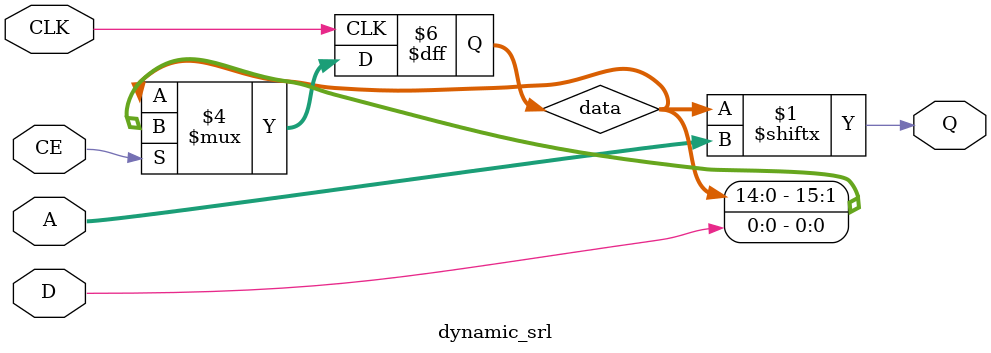
<source format=v>
/*

 y = x + y(n-1) - y(n-2) / 32 - y(n-3) / 8 - x(n-1)/32 

 A6+B5-B4/32-B3/8-A5/32

 shit registers

 Xilinx Synthesis Technology
(XST) User Guide

 https://www.electronicshub.org/shift-registers/

search: 4 bit shift register
*/

/*
Following is the Verilog code for an 8-bit shift-left register with a
positive-edge clock, serial in, and serial out.
*/

/*
8-bit Shift-Left Register with 

Positive-Edge Clock,
Serial In, and 
Serial Out

IO Pins Description
-------------------
C  Positive-Edge Clock
SI Serial In
SO Serial Output

*/
module shift_0 (C, SI, SO);
  input C,SI;
  output SO;
  reg [7:0] tmp;

  always @(posedge C)
    begin
    tmp = tmp << 1;
    tmp[0] = SI;
  end
  assign SO = tmp[7];
endmodule

/*
8-bit Shift-Left Register with 

Negative-Edge Clock,
Clock Enable, 
Serial In, and 
Serial Out

IO Pins Description
C  Negative-Edge Clock
SI Serial In
CE Clock Enable (active High)
SO Serial Output
*/

module shift_1 (C, CE, SI, SO);
  input C,SI, CE;
  output SO;
  reg [7:0] tmp;

  always @(negedge C)
  begin
    if (CE)
    begin
      tmp = tmp << 1;
      tmp[0] = SI;
    end
  end
  assign SO = tmp[7];
endmodule

/*
8-bit Shift-Left Register with 

Positive-Edge Clock,
Asynchronous Clear, 
Serial In, and 
Serial Out

IO  Pins Description
C   Positive-Edge Clock
SI  Serial In
CLR Asynchronous Clear (active High)
SO  Serial Output
*/
module shift_2 (C, CLR, SI, SO);
  input C,SI,CLR;
  output SO;
  reg [7:0] tmp;
  always @(posedge C or posedge CLR)
  begin
  if (CLR)
    tmp = 8'b00000000;
  else
    begin
     tmp = {tmp[6:0], SI};
    end
  end
  assign SO = tmp[7];
endmodule


/*
8-bit Shift-Left Register with 

Positive-Edge Clock,
Synchronous Set, 
Serial In, and 
Serial Out

Pag 84

IO Pins Description
C Positive-Edge Clock
SI Serial In
S Synchronous Set (active High)
SO Serial Output
*/


module shift_3 (C, S, SI, SO);
 input C,SI,S;
 output SO;
 reg [7:0] tmp;

 always @(posedge C)
 begin
  if (S)
   tmp = 8'b11111111;
  else
  begin
   tmp = {tmp[6:0], SI};
  end
 end

 assign SO = tmp[7];
endmodule

/*
8-bit Shift-Left Register with 
Positive-Edge Clock,
Serial In, and 
Parallel Out
Pag 86

IO Pins Description
C Positive-Edge Clock
SI Serial In
PO[7:0] Parallel Output
*/
module shift_4 (C, SI, PO);
 input C,SI;
 output [7:0] PO;
 reg [7:0] tmp;
 always @(posedge C)
 begin
  tmp = {tmp[6:0], SI};
 end
 assign PO = tmp;
endmodule

/*
8-bit Shift-Left Register with 
Positive-Edge Clock,
Asynchronous Parallel Load, 
Serial In, and 
Serial Out
Pag 88

IO Pins Description
C      Positive-Edge Clock
SI     Serial In
ALOAD  Asynchronous Parallel Load (active High)
D[7:0] Data Input
SO     Serial Output
*/

module shift_5 (C, ALOAD, SI, D, SO);
 input C,SI,ALOAD;
 input [7:0] D;
 output SO;
 reg [7:0] tmp;

 always @(posedge C or posedge ALOAD)
 begin
  if (ALOAD)
   tmp = D;
  else
  begin
   tmp = {tmp[6:0], SI};
  end
 end
 assign SO = tmp[7];
endmodule

/*
8-bit Shift-Left Register with 
Positive-Edge Clock,
Synchronous Parallel Load, 
Serial In, and 
Serial Out
Pag 89

IO     Pins Description
C      Positive-Edge Clock
SI     Serial In
SLOAD  Synchronous Parallel Load (active High)
D[7:0] Data Input
SO     Serial Output
*/
module shift_6 (C, SLOAD, SI, D, SO);
 input C,SI,SLOAD;
 input [7:0] D;
 output SO;
 reg [7:0] tmp;
 always @(posedge C)
 begin
  if (SLOAD)
   tmp = D;
  else
 begin
  tmp = {tmp[6:0], SI};
 end
 end
 assign SO = tmp[7];
endmodule


/*
8-bit Shift-Left/Shift-Right Register with 
Positive-Edge Clock, 
Serial In, and 
Parallel Out

Pag 91

IO         Pins Description
C          Positive-Edge Clock
SI         Serial In
LEFT_RIGHT Left/right shift mode selector
PO[7:0]    Parallel Output
*/

module shift_7 (C, SI, LEFT_RIGHT, PO);
 input C,SI,LEFT_RIGHT;
 output PO;
 reg [7:0] tmp;
 always @(posedge C)
 begin

  if (LEFT_RIGHT==1'b0)
   begin
    tmp = {tmp[6:0], SI};
   end
  else
   begin
    tmp = {SI, tmp[6:0]};
   end
 end
 assign PO = tmp;
endmodule

/*
8-bit Shift-Left/Shift-Right Register with 
Positive-Edge Clock, 
Paralell In 
Parallel Out, and
SI         Serial In

*/

/*
8-bit Shift-Left Register with 
Positive-Edge Clock,
Asynchronous Parallel Load, 
Serial In, and 
Serial Out
Pag 88

IO Pins Description
C      Positive-Edge Clock
SI     Serial In
ALOAD  Asynchronous Parallel Load (active High)
D[7:0] Data Input
SO     Serial Output
*/

module shift_8 #(parameter Nbits = 8) 
 (C, ALOAD, D, Q, LEFT_RIGHT);
 
 input C, ALOAD, LEFT_RIGHT;
 input [Nbits-1:0] D;
 output [Nbits-1:0] Q;
  
 reg [Nbits-1:0] tmp;

 always @(posedge C or posedge ALOAD)
 begin
  if (ALOAD)
   tmp <= D;
  else begin
  if (C)
   tmp <= LEFT_RIGHT? tmp<<1: tmp>>1;
  end
 end
 assign Q = tmp;
endmodule


module SRS (clk, si, q, clr, z, en);
input clk, si, clr,z, en;
output [8:0] q;
reg [8:0] tmp;

always @(posedge clk or posedge clr)

 begin
  if (clr) tmp = 9'b000000000; 
  else
    if (en) begin
    tmp = tmp >> 1;
    tmp[8] = si;
    end else tmp = tmp;
 end
 
 assign q = z?tmp:9'bzzzzzzzzz;
endmodule


/*
16-bit dynamic shift register.

The following table shows pin definitions for a dynamic register. The
register can be either serial or parallel; be left, right or parallel; have a
synchronous or asynchronous clear; and have a width up to 16 bits.
Pag 93 2-69 XST User Guide

IO Pins Description
---------------------
Clk   Positive-Edge Clock
SI    Serial In
AClr  Asynchronous Clear (optional)
SClr  Synchronous Clear (optional)
SLoad Synchronous Parallel Load (optional)

Data           Parallel Data Input Port (optional)
ClkEn          Clock Enable (optional)
LeftRight      Direction selection (optional)
SerialInRight  Serial Input Right for Bidirectional Shift Register (optional)
PSO[x:0]       Serial or Parallel Output

*/
module dynamic_srl (Q,CE,CLK,D,A);
input CLK, D, CE;
input [3:0] A;
output Q;
reg [15:0] data;
assign Q = data[A];
always @(posedge CLK)
begin
if (CE == 1'b1)
{data[15:0]} <= {data[14:0], D};
end
endmodule

</source>
